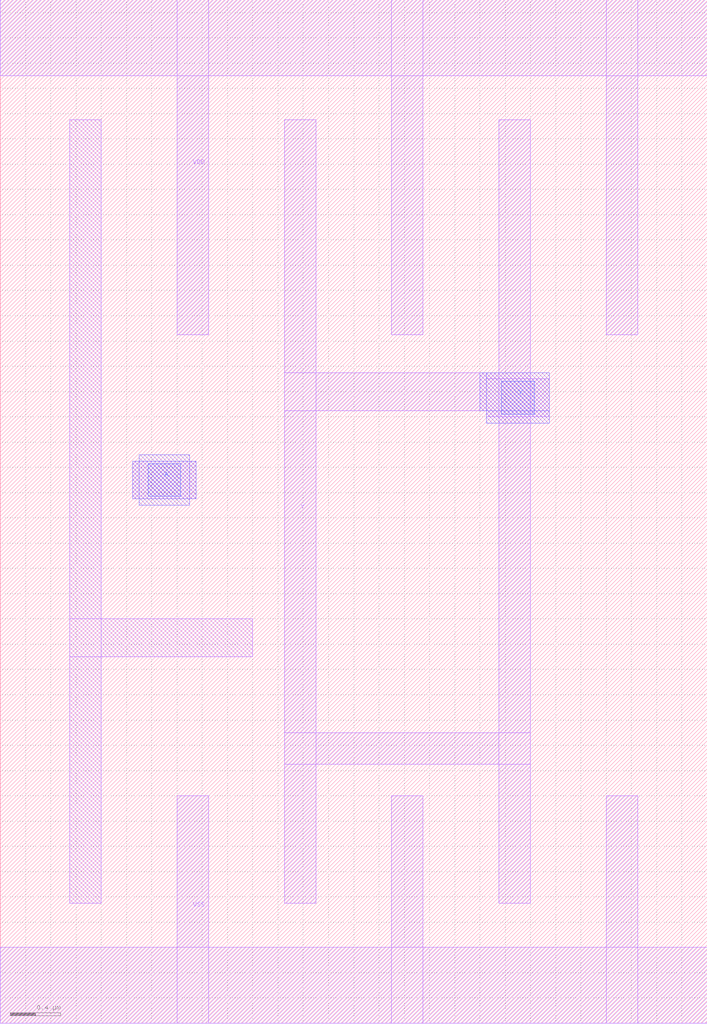
<source format=lef>
# Copyright 2022 Google LLC
# Licensed under the Apache License, Version 2.0 (the "License");
# you may not use this file except in compliance with the License.
# You may obtain a copy of the License at
#
#      http://www.apache.org/licenses/LICENSE-2.0
#
# Unless required by applicable law or agreed to in writing, software
# distributed under the License is distributed on an "AS IS" BASIS,
# WITHOUT WARRANTIES OR CONDITIONS OF ANY KIND, either express or implied.
# See the License for the specific language governing permissions and
# limitations under the License.
VERSION 5.7 ;
BUSBITCHARS "[]" ;
DIVIDERCHAR "/" ;

MACRO gf180mcu_osu_sc_gp12t3v3__buf_4
  CLASS CORE ;
  ORIGIN 0 0 ;
  FOREIGN gf180mcu_osu_sc_gp12t3v3__buf_4 0 0 ;
  SIZE 5.6 BY 8.1 ;
  SYMMETRY X Y ;
  SITE GF180_3p3_12t ;
  PIN VDD
    DIRECTION INOUT ;
    USE POWER ;
    SHAPE ABUTMENT ;
    PORT
      LAYER MET1 ;
        RECT 0 7.5 5.6 8.1 ;
        RECT 4.8 5.45 5.05 8.1 ;
        RECT 3.1 5.45 3.35 8.1 ;
        RECT 1.4 5.45 1.65 8.1 ;
    END
  END VDD
  PIN VSS
    DIRECTION INOUT ;
    USE GROUND ;
    PORT
      LAYER MET1 ;
        RECT 0 0 5.6 0.6 ;
        RECT 4.8 0 5.05 1.8 ;
        RECT 3.1 0 3.35 1.8 ;
        RECT 1.4 0 1.65 1.8 ;
    END
  END VSS
  PIN A
    DIRECTION INPUT ;
    USE SIGNAL ;
    PORT
      LAYER MET1 ;
        RECT 1.05 4.15 1.55 4.45 ;
      LAYER MET2 ;
        RECT 1.05 4.15 1.55 4.45 ;
        RECT 1.1 4.1 1.5 4.5 ;
      LAYER VIA12 ;
        RECT 1.17 4.17 1.43 4.43 ;
    END
  END A
  PIN Y
    DIRECTION OUTPUT ;
    USE SIGNAL ;
    PORT
      LAYER MET1 ;
        RECT 3.85 4.8 4.35 5.1 ;
        RECT 3.95 0.95 4.2 7.15 ;
        RECT 2.25 4.85 4.2 5.15 ;
        RECT 2.25 2.05 4.2 2.3 ;
        RECT 2.25 0.95 2.5 7.15 ;
      LAYER MET2 ;
        RECT 3.8 4.85 4.35 5.15 ;
        RECT 3.85 4.75 4.35 5.15 ;
      LAYER VIA12 ;
        RECT 3.97 4.82 4.23 5.08 ;
    END
  END Y
  OBS
    LAYER MET1 ;
      RECT 0.55 0.95 0.8 7.15 ;
      RECT 0.55 2.9 2 3.2 ;
  END
END gf180mcu_osu_sc_gp12t3v3__buf_4

</source>
